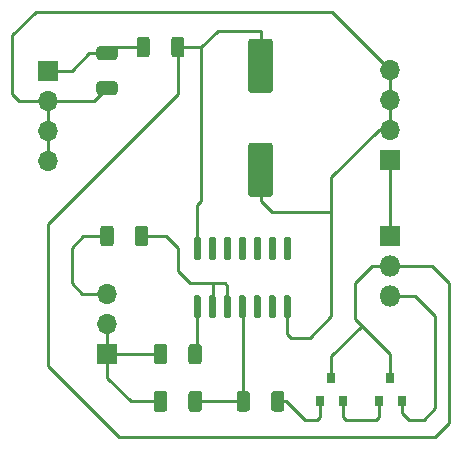
<source format=gbr>
%TF.GenerationSoftware,KiCad,Pcbnew,(5.1.9)-1*%
%TF.CreationDate,2023-08-30T23:21:40+03:00*%
%TF.ProjectId,uSoundGenerator,75536f75-6e64-4476-956e-657261746f72,rev?*%
%TF.SameCoordinates,Original*%
%TF.FileFunction,Copper,L1,Top*%
%TF.FilePolarity,Positive*%
%FSLAX46Y46*%
G04 Gerber Fmt 4.6, Leading zero omitted, Abs format (unit mm)*
G04 Created by KiCad (PCBNEW (5.1.9)-1) date 2023-08-30 23:21:40*
%MOMM*%
%LPD*%
G01*
G04 APERTURE LIST*
%TA.AperFunction,ComponentPad*%
%ADD10O,1.800000X1.800000*%
%TD*%
%TA.AperFunction,ComponentPad*%
%ADD11R,1.800000X1.800000*%
%TD*%
%TA.AperFunction,SMDPad,CuDef*%
%ADD12R,0.800000X0.900000*%
%TD*%
%TA.AperFunction,ComponentPad*%
%ADD13O,1.700000X1.700000*%
%TD*%
%TA.AperFunction,ComponentPad*%
%ADD14R,1.700000X1.700000*%
%TD*%
%TA.AperFunction,Conductor*%
%ADD15C,0.250000*%
%TD*%
G04 APERTURE END LIST*
%TO.P,U1,14*%
%TO.N,Net-(C3-Pad1)*%
%TA.AperFunction,SMDPad,CuDef*%
G36*
G01*
X127800000Y-83025000D02*
X127500000Y-83025000D01*
G75*
G02*
X127350000Y-82875000I0J150000D01*
G01*
X127350000Y-81225000D01*
G75*
G02*
X127500000Y-81075000I150000J0D01*
G01*
X127800000Y-81075000D01*
G75*
G02*
X127950000Y-81225000I0J-150000D01*
G01*
X127950000Y-82875000D01*
G75*
G02*
X127800000Y-83025000I-150000J0D01*
G01*
G37*
%TD.AperFunction*%
%TO.P,U1,13*%
%TO.N,N/C*%
%TA.AperFunction,SMDPad,CuDef*%
G36*
G01*
X129070000Y-83025000D02*
X128770000Y-83025000D01*
G75*
G02*
X128620000Y-82875000I0J150000D01*
G01*
X128620000Y-81225000D01*
G75*
G02*
X128770000Y-81075000I150000J0D01*
G01*
X129070000Y-81075000D01*
G75*
G02*
X129220000Y-81225000I0J-150000D01*
G01*
X129220000Y-82875000D01*
G75*
G02*
X129070000Y-83025000I-150000J0D01*
G01*
G37*
%TD.AperFunction*%
%TO.P,U1,12*%
%TA.AperFunction,SMDPad,CuDef*%
G36*
G01*
X130340000Y-83025000D02*
X130040000Y-83025000D01*
G75*
G02*
X129890000Y-82875000I0J150000D01*
G01*
X129890000Y-81225000D01*
G75*
G02*
X130040000Y-81075000I150000J0D01*
G01*
X130340000Y-81075000D01*
G75*
G02*
X130490000Y-81225000I0J-150000D01*
G01*
X130490000Y-82875000D01*
G75*
G02*
X130340000Y-83025000I-150000J0D01*
G01*
G37*
%TD.AperFunction*%
%TO.P,U1,11*%
%TA.AperFunction,SMDPad,CuDef*%
G36*
G01*
X131610000Y-83025000D02*
X131310000Y-83025000D01*
G75*
G02*
X131160000Y-82875000I0J150000D01*
G01*
X131160000Y-81225000D01*
G75*
G02*
X131310000Y-81075000I150000J0D01*
G01*
X131610000Y-81075000D01*
G75*
G02*
X131760000Y-81225000I0J-150000D01*
G01*
X131760000Y-82875000D01*
G75*
G02*
X131610000Y-83025000I-150000J0D01*
G01*
G37*
%TD.AperFunction*%
%TO.P,U1,10*%
%TA.AperFunction,SMDPad,CuDef*%
G36*
G01*
X132880000Y-83025000D02*
X132580000Y-83025000D01*
G75*
G02*
X132430000Y-82875000I0J150000D01*
G01*
X132430000Y-81225000D01*
G75*
G02*
X132580000Y-81075000I150000J0D01*
G01*
X132880000Y-81075000D01*
G75*
G02*
X133030000Y-81225000I0J-150000D01*
G01*
X133030000Y-82875000D01*
G75*
G02*
X132880000Y-83025000I-150000J0D01*
G01*
G37*
%TD.AperFunction*%
%TO.P,U1,9*%
%TA.AperFunction,SMDPad,CuDef*%
G36*
G01*
X134150000Y-83025000D02*
X133850000Y-83025000D01*
G75*
G02*
X133700000Y-82875000I0J150000D01*
G01*
X133700000Y-81225000D01*
G75*
G02*
X133850000Y-81075000I150000J0D01*
G01*
X134150000Y-81075000D01*
G75*
G02*
X134300000Y-81225000I0J-150000D01*
G01*
X134300000Y-82875000D01*
G75*
G02*
X134150000Y-83025000I-150000J0D01*
G01*
G37*
%TD.AperFunction*%
%TO.P,U1,8*%
%TA.AperFunction,SMDPad,CuDef*%
G36*
G01*
X135420000Y-83025000D02*
X135120000Y-83025000D01*
G75*
G02*
X134970000Y-82875000I0J150000D01*
G01*
X134970000Y-81225000D01*
G75*
G02*
X135120000Y-81075000I150000J0D01*
G01*
X135420000Y-81075000D01*
G75*
G02*
X135570000Y-81225000I0J-150000D01*
G01*
X135570000Y-82875000D01*
G75*
G02*
X135420000Y-83025000I-150000J0D01*
G01*
G37*
%TD.AperFunction*%
%TO.P,U1,7*%
%TO.N,GND*%
%TA.AperFunction,SMDPad,CuDef*%
G36*
G01*
X135420000Y-87975000D02*
X135120000Y-87975000D01*
G75*
G02*
X134970000Y-87825000I0J150000D01*
G01*
X134970000Y-86175000D01*
G75*
G02*
X135120000Y-86025000I150000J0D01*
G01*
X135420000Y-86025000D01*
G75*
G02*
X135570000Y-86175000I0J-150000D01*
G01*
X135570000Y-87825000D01*
G75*
G02*
X135420000Y-87975000I-150000J0D01*
G01*
G37*
%TD.AperFunction*%
%TO.P,U1,6*%
%TO.N,N/C*%
%TA.AperFunction,SMDPad,CuDef*%
G36*
G01*
X134150000Y-87975000D02*
X133850000Y-87975000D01*
G75*
G02*
X133700000Y-87825000I0J150000D01*
G01*
X133700000Y-86175000D01*
G75*
G02*
X133850000Y-86025000I150000J0D01*
G01*
X134150000Y-86025000D01*
G75*
G02*
X134300000Y-86175000I0J-150000D01*
G01*
X134300000Y-87825000D01*
G75*
G02*
X134150000Y-87975000I-150000J0D01*
G01*
G37*
%TD.AperFunction*%
%TO.P,U1,5*%
%TA.AperFunction,SMDPad,CuDef*%
G36*
G01*
X132880000Y-87975000D02*
X132580000Y-87975000D01*
G75*
G02*
X132430000Y-87825000I0J150000D01*
G01*
X132430000Y-86175000D01*
G75*
G02*
X132580000Y-86025000I150000J0D01*
G01*
X132880000Y-86025000D01*
G75*
G02*
X133030000Y-86175000I0J-150000D01*
G01*
X133030000Y-87825000D01*
G75*
G02*
X132880000Y-87975000I-150000J0D01*
G01*
G37*
%TD.AperFunction*%
%TO.P,U1,4*%
%TO.N,Net-(C1-Pad2)*%
%TA.AperFunction,SMDPad,CuDef*%
G36*
G01*
X131610000Y-87975000D02*
X131310000Y-87975000D01*
G75*
G02*
X131160000Y-87825000I0J150000D01*
G01*
X131160000Y-86175000D01*
G75*
G02*
X131310000Y-86025000I150000J0D01*
G01*
X131610000Y-86025000D01*
G75*
G02*
X131760000Y-86175000I0J-150000D01*
G01*
X131760000Y-87825000D01*
G75*
G02*
X131610000Y-87975000I-150000J0D01*
G01*
G37*
%TD.AperFunction*%
%TO.P,U1,3*%
%TO.N,Net-(R2-Pad2)*%
%TA.AperFunction,SMDPad,CuDef*%
G36*
G01*
X130340000Y-87975000D02*
X130040000Y-87975000D01*
G75*
G02*
X129890000Y-87825000I0J150000D01*
G01*
X129890000Y-86175000D01*
G75*
G02*
X130040000Y-86025000I150000J0D01*
G01*
X130340000Y-86025000D01*
G75*
G02*
X130490000Y-86175000I0J-150000D01*
G01*
X130490000Y-87825000D01*
G75*
G02*
X130340000Y-87975000I-150000J0D01*
G01*
G37*
%TD.AperFunction*%
%TO.P,U1,2*%
%TA.AperFunction,SMDPad,CuDef*%
G36*
G01*
X129070000Y-87975000D02*
X128770000Y-87975000D01*
G75*
G02*
X128620000Y-87825000I0J150000D01*
G01*
X128620000Y-86175000D01*
G75*
G02*
X128770000Y-86025000I150000J0D01*
G01*
X129070000Y-86025000D01*
G75*
G02*
X129220000Y-86175000I0J-150000D01*
G01*
X129220000Y-87825000D01*
G75*
G02*
X129070000Y-87975000I-150000J0D01*
G01*
G37*
%TD.AperFunction*%
%TO.P,U1,1*%
%TO.N,Net-(R1-Pad2)*%
%TA.AperFunction,SMDPad,CuDef*%
G36*
G01*
X127800000Y-87975000D02*
X127500000Y-87975000D01*
G75*
G02*
X127350000Y-87825000I0J150000D01*
G01*
X127350000Y-86175000D01*
G75*
G02*
X127500000Y-86025000I150000J0D01*
G01*
X127800000Y-86025000D01*
G75*
G02*
X127950000Y-86175000I0J-150000D01*
G01*
X127950000Y-87825000D01*
G75*
G02*
X127800000Y-87975000I-150000J0D01*
G01*
G37*
%TD.AperFunction*%
%TD*%
%TO.P,R4,2*%
%TO.N,Net-(C3-Pad1)*%
%TA.AperFunction,SMDPad,CuDef*%
G36*
G01*
X125437500Y-65625001D02*
X125437500Y-64374999D01*
G75*
G02*
X125687499Y-64125000I249999J0D01*
G01*
X126312501Y-64125000D01*
G75*
G02*
X126562500Y-64374999I0J-249999D01*
G01*
X126562500Y-65625001D01*
G75*
G02*
X126312501Y-65875000I-249999J0D01*
G01*
X125687499Y-65875000D01*
G75*
G02*
X125437500Y-65625001I0J249999D01*
G01*
G37*
%TD.AperFunction*%
%TO.P,R4,1*%
%TO.N,+12V*%
%TA.AperFunction,SMDPad,CuDef*%
G36*
G01*
X122512500Y-65625001D02*
X122512500Y-64374999D01*
G75*
G02*
X122762499Y-64125000I249999J0D01*
G01*
X123387501Y-64125000D01*
G75*
G02*
X123637500Y-64374999I0J-249999D01*
G01*
X123637500Y-65625001D01*
G75*
G02*
X123387501Y-65875000I-249999J0D01*
G01*
X122762499Y-65875000D01*
G75*
G02*
X122512500Y-65625001I0J249999D01*
G01*
G37*
%TD.AperFunction*%
%TD*%
%TO.P,R3,2*%
%TO.N,Net-(Q1-Pad1)*%
%TA.AperFunction,SMDPad,CuDef*%
G36*
G01*
X133900000Y-95625001D02*
X133900000Y-94374999D01*
G75*
G02*
X134149999Y-94125000I249999J0D01*
G01*
X134775001Y-94125000D01*
G75*
G02*
X135025000Y-94374999I0J-249999D01*
G01*
X135025000Y-95625001D01*
G75*
G02*
X134775001Y-95875000I-249999J0D01*
G01*
X134149999Y-95875000D01*
G75*
G02*
X133900000Y-95625001I0J249999D01*
G01*
G37*
%TD.AperFunction*%
%TO.P,R3,1*%
%TO.N,Net-(C1-Pad2)*%
%TA.AperFunction,SMDPad,CuDef*%
G36*
G01*
X130975000Y-95625001D02*
X130975000Y-94374999D01*
G75*
G02*
X131224999Y-94125000I249999J0D01*
G01*
X131850001Y-94125000D01*
G75*
G02*
X132100000Y-94374999I0J-249999D01*
G01*
X132100000Y-95625001D01*
G75*
G02*
X131850001Y-95875000I-249999J0D01*
G01*
X131224999Y-95875000D01*
G75*
G02*
X130975000Y-95625001I0J249999D01*
G01*
G37*
%TD.AperFunction*%
%TD*%
%TO.P,R2,2*%
%TO.N,Net-(R2-Pad2)*%
%TA.AperFunction,SMDPad,CuDef*%
G36*
G01*
X122362500Y-81625001D02*
X122362500Y-80374999D01*
G75*
G02*
X122612499Y-80125000I249999J0D01*
G01*
X123237501Y-80125000D01*
G75*
G02*
X123487500Y-80374999I0J-249999D01*
G01*
X123487500Y-81625001D01*
G75*
G02*
X123237501Y-81875000I-249999J0D01*
G01*
X122612499Y-81875000D01*
G75*
G02*
X122362500Y-81625001I0J249999D01*
G01*
G37*
%TD.AperFunction*%
%TO.P,R2,1*%
%TO.N,Net-(J2-Pad3)*%
%TA.AperFunction,SMDPad,CuDef*%
G36*
G01*
X119437500Y-81625001D02*
X119437500Y-80374999D01*
G75*
G02*
X119687499Y-80125000I249999J0D01*
G01*
X120312501Y-80125000D01*
G75*
G02*
X120562500Y-80374999I0J-249999D01*
G01*
X120562500Y-81625001D01*
G75*
G02*
X120312501Y-81875000I-249999J0D01*
G01*
X119687499Y-81875000D01*
G75*
G02*
X119437500Y-81625001I0J249999D01*
G01*
G37*
%TD.AperFunction*%
%TD*%
%TO.P,R1,2*%
%TO.N,Net-(R1-Pad2)*%
%TA.AperFunction,SMDPad,CuDef*%
G36*
G01*
X126900000Y-91625001D02*
X126900000Y-90374999D01*
G75*
G02*
X127149999Y-90125000I249999J0D01*
G01*
X127775001Y-90125000D01*
G75*
G02*
X128025000Y-90374999I0J-249999D01*
G01*
X128025000Y-91625001D01*
G75*
G02*
X127775001Y-91875000I-249999J0D01*
G01*
X127149999Y-91875000D01*
G75*
G02*
X126900000Y-91625001I0J249999D01*
G01*
G37*
%TD.AperFunction*%
%TO.P,R1,1*%
%TO.N,Net-(C1-Pad1)*%
%TA.AperFunction,SMDPad,CuDef*%
G36*
G01*
X123975000Y-91625001D02*
X123975000Y-90374999D01*
G75*
G02*
X124224999Y-90125000I249999J0D01*
G01*
X124850001Y-90125000D01*
G75*
G02*
X125100000Y-90374999I0J-249999D01*
G01*
X125100000Y-91625001D01*
G75*
G02*
X124850001Y-91875000I-249999J0D01*
G01*
X124224999Y-91875000D01*
G75*
G02*
X123975000Y-91625001I0J249999D01*
G01*
G37*
%TD.AperFunction*%
%TD*%
D10*
%TO.P,Q3,3*%
%TO.N,Net-(Q2-Pad2)*%
X144000000Y-86080000D03*
%TO.P,Q3,2*%
%TO.N,Net-(C3-Pad1)*%
X144000000Y-83540000D03*
D11*
%TO.P,Q3,1*%
%TO.N,Net-(J3-Pad1)*%
X144000000Y-81000000D03*
%TD*%
D12*
%TO.P,Q2,3*%
%TO.N,Net-(C3-Pad1)*%
X144000000Y-93000000D03*
%TO.P,Q2,2*%
%TO.N,Net-(Q2-Pad2)*%
X144950000Y-95000000D03*
%TO.P,Q2,1*%
%TO.N,Net-(Q1-Pad2)*%
X143050000Y-95000000D03*
%TD*%
%TO.P,Q1,3*%
%TO.N,Net-(C3-Pad1)*%
X139000000Y-93000000D03*
%TO.P,Q1,2*%
%TO.N,Net-(Q1-Pad2)*%
X139950000Y-95000000D03*
%TO.P,Q1,1*%
%TO.N,Net-(Q1-Pad1)*%
X138050000Y-95000000D03*
%TD*%
D13*
%TO.P,J3,4*%
%TO.N,GND*%
X144000000Y-66920000D03*
%TO.P,J3,3*%
X144000000Y-69460000D03*
%TO.P,J3,2*%
X144000000Y-72000000D03*
D14*
%TO.P,J3,1*%
%TO.N,Net-(J3-Pad1)*%
X144000000Y-74540000D03*
%TD*%
D13*
%TO.P,J2,3*%
%TO.N,Net-(J2-Pad3)*%
X120000000Y-85920000D03*
%TO.P,J2,2*%
%TO.N,Net-(C1-Pad1)*%
X120000000Y-88460000D03*
D14*
%TO.P,J2,1*%
X120000000Y-91000000D03*
%TD*%
D13*
%TO.P,J1,4*%
%TO.N,GND*%
X115000000Y-74620000D03*
%TO.P,J1,3*%
X115000000Y-72080000D03*
%TO.P,J1,2*%
X115000000Y-69540000D03*
D14*
%TO.P,J1,1*%
%TO.N,+12V*%
X115000000Y-67000000D03*
%TD*%
%TO.P,C3,2*%
%TO.N,GND*%
%TA.AperFunction,SMDPad,CuDef*%
G36*
G01*
X132200000Y-73100000D02*
X133800000Y-73100000D01*
G75*
G02*
X134050000Y-73350000I0J-250000D01*
G01*
X134050000Y-77450000D01*
G75*
G02*
X133800000Y-77700000I-250000J0D01*
G01*
X132200000Y-77700000D01*
G75*
G02*
X131950000Y-77450000I0J250000D01*
G01*
X131950000Y-73350000D01*
G75*
G02*
X132200000Y-73100000I250000J0D01*
G01*
G37*
%TD.AperFunction*%
%TO.P,C3,1*%
%TO.N,Net-(C3-Pad1)*%
%TA.AperFunction,SMDPad,CuDef*%
G36*
G01*
X132200000Y-64300000D02*
X133800000Y-64300000D01*
G75*
G02*
X134050000Y-64550000I0J-250000D01*
G01*
X134050000Y-68650000D01*
G75*
G02*
X133800000Y-68900000I-250000J0D01*
G01*
X132200000Y-68900000D01*
G75*
G02*
X131950000Y-68650000I0J250000D01*
G01*
X131950000Y-64550000D01*
G75*
G02*
X132200000Y-64300000I250000J0D01*
G01*
G37*
%TD.AperFunction*%
%TD*%
%TO.P,C2,2*%
%TO.N,GND*%
%TA.AperFunction,SMDPad,CuDef*%
G36*
G01*
X119349999Y-67900000D02*
X120650001Y-67900000D01*
G75*
G02*
X120900000Y-68149999I0J-249999D01*
G01*
X120900000Y-68800001D01*
G75*
G02*
X120650001Y-69050000I-249999J0D01*
G01*
X119349999Y-69050000D01*
G75*
G02*
X119100000Y-68800001I0J249999D01*
G01*
X119100000Y-68149999D01*
G75*
G02*
X119349999Y-67900000I249999J0D01*
G01*
G37*
%TD.AperFunction*%
%TO.P,C2,1*%
%TO.N,+12V*%
%TA.AperFunction,SMDPad,CuDef*%
G36*
G01*
X119349999Y-64950000D02*
X120650001Y-64950000D01*
G75*
G02*
X120900000Y-65199999I0J-249999D01*
G01*
X120900000Y-65850001D01*
G75*
G02*
X120650001Y-66100000I-249999J0D01*
G01*
X119349999Y-66100000D01*
G75*
G02*
X119100000Y-65850001I0J249999D01*
G01*
X119100000Y-65199999D01*
G75*
G02*
X119349999Y-64950000I249999J0D01*
G01*
G37*
%TD.AperFunction*%
%TD*%
%TO.P,C1,2*%
%TO.N,Net-(C1-Pad2)*%
%TA.AperFunction,SMDPad,CuDef*%
G36*
G01*
X126900000Y-95650001D02*
X126900000Y-94349999D01*
G75*
G02*
X127149999Y-94100000I249999J0D01*
G01*
X127800001Y-94100000D01*
G75*
G02*
X128050000Y-94349999I0J-249999D01*
G01*
X128050000Y-95650001D01*
G75*
G02*
X127800001Y-95900000I-249999J0D01*
G01*
X127149999Y-95900000D01*
G75*
G02*
X126900000Y-95650001I0J249999D01*
G01*
G37*
%TD.AperFunction*%
%TO.P,C1,1*%
%TO.N,Net-(C1-Pad1)*%
%TA.AperFunction,SMDPad,CuDef*%
G36*
G01*
X123950000Y-95650001D02*
X123950000Y-94349999D01*
G75*
G02*
X124199999Y-94100000I249999J0D01*
G01*
X124850001Y-94100000D01*
G75*
G02*
X125100000Y-94349999I0J-249999D01*
G01*
X125100000Y-95650001D01*
G75*
G02*
X124850001Y-95900000I-249999J0D01*
G01*
X124199999Y-95900000D01*
G75*
G02*
X123950000Y-95650001I0J249999D01*
G01*
G37*
%TD.AperFunction*%
%TD*%
D15*
%TO.N,Net-(C1-Pad2)*%
X127475000Y-95000000D02*
X131537500Y-95000000D01*
X131537500Y-87077500D02*
X131460000Y-87000000D01*
X131537500Y-95000000D02*
X131537500Y-87077500D01*
%TO.N,Net-(C1-Pad1)*%
X124537500Y-91000000D02*
X120000000Y-91000000D01*
X120000000Y-91000000D02*
X120000000Y-88460000D01*
X120000000Y-93000000D02*
X120000000Y-91000000D01*
X122000000Y-95000000D02*
X120000000Y-93000000D01*
X124525000Y-95000000D02*
X122000000Y-95000000D01*
%TO.N,GND*%
X118935000Y-69540000D02*
X120000000Y-68475000D01*
X115000000Y-69540000D02*
X118935000Y-69540000D01*
X139080000Y-62000000D02*
X144000000Y-66920000D01*
X114000000Y-62000000D02*
X139080000Y-62000000D01*
X112000000Y-69000000D02*
X112000000Y-64000000D01*
X112000000Y-64000000D02*
X114000000Y-62000000D01*
X112540000Y-69540000D02*
X112000000Y-69000000D01*
X115000000Y-69540000D02*
X112540000Y-69540000D01*
X144000000Y-66920000D02*
X144000000Y-69460000D01*
X144000000Y-72000000D02*
X144000000Y-69460000D01*
X133000000Y-78000000D02*
X133000000Y-75400000D01*
X134000000Y-79000000D02*
X133000000Y-78000000D01*
X139000000Y-79000000D02*
X134000000Y-79000000D01*
X139000000Y-80000000D02*
X139000000Y-79000000D01*
X139000000Y-76000000D02*
X139000000Y-80000000D01*
X143000000Y-72000000D02*
X139000000Y-76000000D01*
X144000000Y-72000000D02*
X143000000Y-72000000D01*
X139000000Y-87800000D02*
X139000000Y-80000000D01*
X137200000Y-89600000D02*
X139000000Y-87800000D01*
X135600000Y-89600000D02*
X137200000Y-89600000D01*
X135270000Y-89270000D02*
X135600000Y-89600000D01*
X135270000Y-87000000D02*
X135270000Y-89270000D01*
X115000000Y-74620000D02*
X115000000Y-72080000D01*
X115000000Y-72080000D02*
X115000000Y-69540000D01*
%TO.N,+12V*%
X120525000Y-65000000D02*
X120000000Y-65525000D01*
X123075000Y-65000000D02*
X120525000Y-65000000D01*
X118475000Y-65525000D02*
X120000000Y-65525000D01*
X117000000Y-67000000D02*
X118475000Y-65525000D01*
X115000000Y-67000000D02*
X117000000Y-67000000D01*
%TO.N,Net-(C3-Pad1)*%
X126000000Y-65000000D02*
X128000000Y-65000000D01*
X127650000Y-78350000D02*
X127650000Y-82050000D01*
X128000000Y-78000000D02*
X127650000Y-78350000D01*
X128000000Y-65000000D02*
X128000000Y-78000000D01*
X142460000Y-83540000D02*
X144000000Y-83540000D01*
X141000000Y-85000000D02*
X142460000Y-83540000D01*
X141000000Y-88000000D02*
X141000000Y-85000000D01*
X144000000Y-91000000D02*
X141000000Y-88000000D01*
X144000000Y-93000000D02*
X144000000Y-91000000D01*
X147540000Y-83540000D02*
X144000000Y-83540000D01*
X149000000Y-85000000D02*
X147540000Y-83540000D01*
X149000000Y-96800000D02*
X149000000Y-85000000D01*
X115000000Y-92000000D02*
X121000000Y-98000000D01*
X121000000Y-98000000D02*
X147800000Y-98000000D01*
X115000000Y-80000000D02*
X115000000Y-92000000D01*
X147800000Y-98000000D02*
X149000000Y-96800000D01*
X126000000Y-69000000D02*
X115000000Y-80000000D01*
X126000000Y-65000000D02*
X126000000Y-69000000D01*
X139000000Y-91200000D02*
X141600000Y-88600000D01*
X139000000Y-93000000D02*
X139000000Y-91200000D01*
X133000000Y-63600000D02*
X133000000Y-66600000D01*
X129400000Y-63600000D02*
X133000000Y-63600000D01*
X128000000Y-65000000D02*
X129400000Y-63600000D01*
%TO.N,Net-(J2-Pad3)*%
X120000000Y-81000000D02*
X118000000Y-81000000D01*
X118000000Y-81000000D02*
X117000000Y-82000000D01*
X117000000Y-82000000D02*
X117000000Y-85000000D01*
X117920000Y-85920000D02*
X120000000Y-85920000D01*
X117000000Y-85000000D02*
X117920000Y-85920000D01*
%TO.N,Net-(J3-Pad1)*%
X144000000Y-74540000D02*
X144000000Y-81000000D01*
%TO.N,Net-(Q1-Pad2)*%
X139950000Y-95000000D02*
X139950000Y-96350000D01*
X139950000Y-96350000D02*
X140200000Y-96600000D01*
X140200000Y-96600000D02*
X142800000Y-96600000D01*
X143050000Y-96350000D02*
X143050000Y-95000000D01*
X142800000Y-96600000D02*
X143050000Y-96350000D01*
%TO.N,Net-(Q1-Pad1)*%
X138050000Y-95000000D02*
X138050000Y-96350000D01*
X138050000Y-96350000D02*
X137800000Y-96600000D01*
X137800000Y-96600000D02*
X136800000Y-96600000D01*
X135200000Y-95000000D02*
X134462500Y-95000000D01*
X136800000Y-96600000D02*
X135200000Y-95000000D01*
%TO.N,Net-(Q2-Pad2)*%
X144000000Y-86080000D02*
X146080000Y-86080000D01*
X147800000Y-95600000D02*
X147800000Y-87800000D01*
X145600000Y-96600000D02*
X146800000Y-96600000D01*
X144950000Y-95950000D02*
X145600000Y-96600000D01*
X146800000Y-96600000D02*
X147800000Y-95600000D01*
X144950000Y-95000000D02*
X144950000Y-95950000D01*
X147800000Y-87800000D02*
X147200000Y-87200000D01*
X147200000Y-87200000D02*
X147400000Y-87400000D01*
X146080000Y-86080000D02*
X147200000Y-87200000D01*
%TO.N,Net-(R1-Pad2)*%
X127650000Y-90812500D02*
X127462500Y-91000000D01*
X127650000Y-87000000D02*
X127650000Y-90812500D01*
%TO.N,Net-(R2-Pad2)*%
X122925000Y-81000000D02*
X125000000Y-81000000D01*
X125000000Y-81000000D02*
X126000000Y-82000000D01*
X126000000Y-82000000D02*
X126000000Y-84000000D01*
X126000000Y-84000000D02*
X127000000Y-85000000D01*
X127000000Y-85000000D02*
X129000000Y-85000000D01*
X129000000Y-86920000D02*
X128920000Y-87000000D01*
X129000000Y-85000000D02*
X129000000Y-86920000D01*
X130190000Y-87000000D02*
X130190000Y-85190000D01*
X130000000Y-85000000D02*
X129000000Y-85000000D01*
X130190000Y-85190000D02*
X130000000Y-85000000D01*
%TD*%
M02*

</source>
